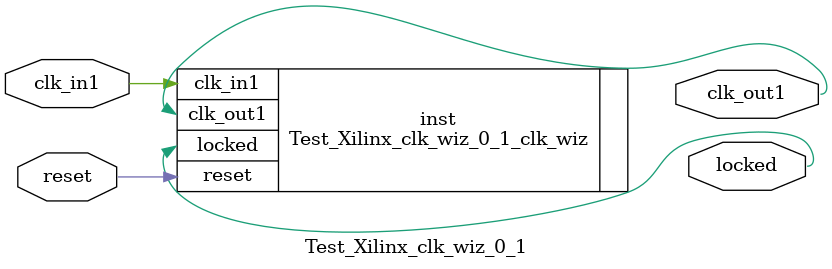
<source format=v>


`timescale 1ps/1ps

(* CORE_GENERATION_INFO = "Test_Xilinx_clk_wiz_0_1,clk_wiz_v6_0_10_0_0,{component_name=Test_Xilinx_clk_wiz_0_1,use_phase_alignment=true,use_min_o_jitter=false,use_max_i_jitter=false,use_dyn_phase_shift=false,use_inclk_switchover=false,use_dyn_reconfig=false,enable_axi=0,feedback_source=FDBK_AUTO,PRIMITIVE=MMCM,num_out_clk=1,clkin1_period=10.000,clkin2_period=10.000,use_power_down=false,use_reset=true,use_locked=true,use_inclk_stopped=false,feedback_type=SINGLE,CLOCK_MGR_TYPE=NA,manual_override=false}" *)

module Test_Xilinx_clk_wiz_0_1 
 (
  // Clock out ports
  output        clk_out1,
  // Status and control signals
  input         reset,
  output        locked,
 // Clock in ports
  input         clk_in1
 );

  Test_Xilinx_clk_wiz_0_1_clk_wiz inst
  (
  // Clock out ports  
  .clk_out1(clk_out1),
  // Status and control signals               
  .reset(reset), 
  .locked(locked),
 // Clock in ports
  .clk_in1(clk_in1)
  );

endmodule

</source>
